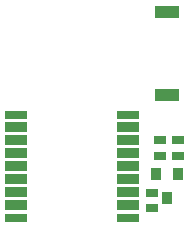
<source format=gbs>
G75*
%MOIN*%
%OFA0B0*%
%FSLAX25Y25*%
%IPPOS*%
%LPD*%
%AMOC8*
5,1,8,0,0,1.08239X$1,22.5*
%
%ADD10R,0.08274X0.04337*%
%ADD11R,0.07487X0.03156*%
%ADD12R,0.07487X0.03550*%
%ADD13R,0.03550X0.03943*%
%ADD14R,0.03943X0.03156*%
D10*
X0060095Y0087683D03*
X0060095Y0115636D03*
D11*
X0009607Y0046885D03*
X0009607Y0081137D03*
X0047009Y0081137D03*
X0047009Y0046885D03*
D12*
X0047009Y0051019D03*
X0047009Y0055350D03*
X0047009Y0059681D03*
X0047009Y0064011D03*
X0047009Y0068342D03*
X0047009Y0072673D03*
X0047009Y0077003D03*
X0009607Y0077003D03*
X0009607Y0072673D03*
X0009607Y0068342D03*
X0009607Y0064011D03*
X0009607Y0059681D03*
X0009607Y0055350D03*
X0009607Y0051019D03*
D13*
X0056355Y0061620D03*
X0063835Y0061620D03*
X0060095Y0053352D03*
D14*
X0055095Y0055242D03*
X0055095Y0050124D03*
X0057595Y0067624D03*
X0057595Y0072742D03*
X0063845Y0072742D03*
X0063845Y0067624D03*
M02*

</source>
